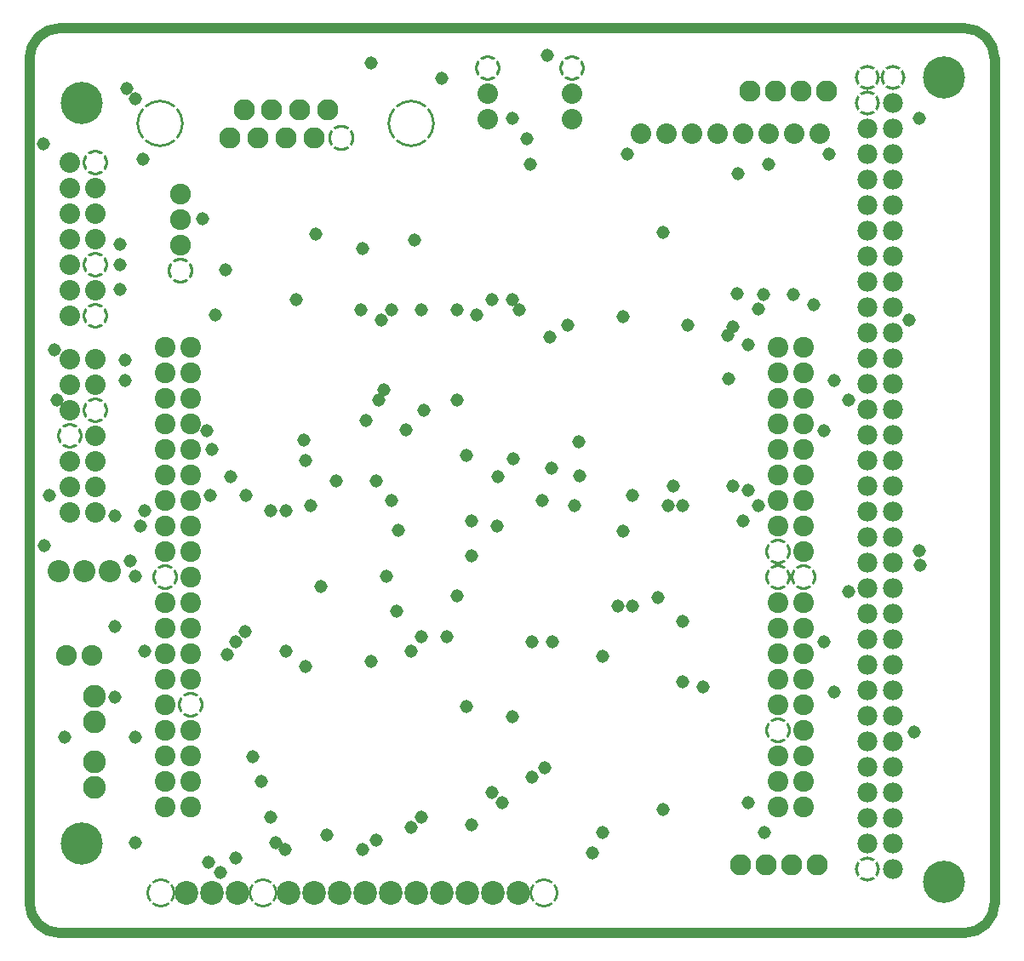
<source format=gbr>
%TF.GenerationSoftware,Altium Limited,Altium Designer,23.1.1 (15)*%
G04 Layer_Physical_Order=2*
G04 Layer_Color=32768*
%FSLAX45Y45*%
%MOMM*%
%TF.SameCoordinates,94CA0F20-7CEF-4758-9589-D945348769B5*%
%TF.FilePolarity,Negative*%
%TF.FileFunction,Copper,L2,Inr,Plane*%
%TF.Part,Single*%
G01*
G75*
%TA.AperFunction,NonConductor*%
%ADD40C,1.01600*%
%TA.AperFunction,ComponentPad*%
%ADD41C,2.06600*%
G04:AMPARAMS|DCode=42|XSize=2.574mm|YSize=2.574mm|CornerRadius=0mm|HoleSize=0mm|Usage=FLASHONLY|Rotation=0.000|XOffset=0mm|YOffset=0mm|HoleType=Round|Shape=Relief|Width=0.254mm|Gap=0.254mm|Entries=4|*
%AMTHD42*
7,0,0,2.57400,2.06600,0.25400,45*
%
%ADD42THD42*%
%ADD43C,2.10600*%
G04:AMPARAMS|DCode=44|XSize=2.614mm|YSize=2.614mm|CornerRadius=0mm|HoleSize=0mm|Usage=FLASHONLY|Rotation=0.000|XOffset=0mm|YOffset=0mm|HoleType=Round|Shape=Relief|Width=0.254mm|Gap=0.254mm|Entries=4|*
%AMTHD44*
7,0,0,2.61400,2.10600,0.25400,45*
%
%ADD44THD44*%
G04:AMPARAMS|DCode=45|XSize=4.704mm|YSize=4.704mm|CornerRadius=0mm|HoleSize=0mm|Usage=FLASHONLY|Rotation=0.000|XOffset=0mm|YOffset=0mm|HoleType=Round|Shape=Relief|Width=0.254mm|Gap=0.254mm|Entries=4|*
%AMTHD45*
7,0,0,4.70400,4.19600,0.25400,45*
%
%ADD45THD45*%
G04:AMPARAMS|DCode=46|XSize=2.544mm|YSize=2.544mm|CornerRadius=0mm|HoleSize=0mm|Usage=FLASHONLY|Rotation=0.000|XOffset=0mm|YOffset=0mm|HoleType=Round|Shape=Relief|Width=0.254mm|Gap=0.254mm|Entries=4|*
%AMTHD46*
7,0,0,2.54400,2.03600,0.25400,45*
%
%ADD46THD46*%
%ADD47C,2.03600*%
G04:AMPARAMS|DCode=48|XSize=2.874mm|YSize=2.874mm|CornerRadius=0mm|HoleSize=0mm|Usage=FLASHONLY|Rotation=0.000|XOffset=0mm|YOffset=0mm|HoleType=Round|Shape=Relief|Width=0.254mm|Gap=0.254mm|Entries=4|*
%AMTHD48*
7,0,0,2.87400,2.36600,0.25400,45*
%
%ADD48THD48*%
%ADD49C,2.36600*%
%ADD50C,2.11600*%
%ADD51C,2.20600*%
G04:AMPARAMS|DCode=52|XSize=2.474mm|YSize=2.474mm|CornerRadius=0mm|HoleSize=0mm|Usage=FLASHONLY|Rotation=0.000|XOffset=0mm|YOffset=0mm|HoleType=Round|Shape=Relief|Width=0.254mm|Gap=0.254mm|Entries=4|*
%AMTHD52*
7,0,0,2.47400,1.96600,0.25400,45*
%
%ADD52THD52*%
%ADD53C,1.96600*%
%ADD54C,2.26600*%
%ADD55C,2.05600*%
G04:AMPARAMS|DCode=56|XSize=2.564mm|YSize=2.564mm|CornerRadius=0mm|HoleSize=0mm|Usage=FLASHONLY|Rotation=0.000|XOffset=0mm|YOffset=0mm|HoleType=Round|Shape=Relief|Width=0.254mm|Gap=0.254mm|Entries=4|*
%AMTHD56*
7,0,0,2.56400,2.05600,0.25400,45*
%
%ADD56THD56*%
%TA.AperFunction,WasherPad*%
%ADD57C,4.19600*%
%TA.AperFunction,ViaPad*%
%ADD58C,1.31600*%
D40*
X-9600000Y300000D02*
G03*
X-9300000Y0I300000J0D01*
G01*
X-300000D02*
G03*
X0Y300000I0J300000D01*
G01*
Y8700000D02*
G03*
X-300000Y9000000I-300000J0D01*
G01*
X-9300000D02*
G03*
X-9600000Y8700000I0J-300000D01*
G01*
X-9300000Y0D02*
X-300000D01*
X0Y300000D02*
Y8700000D01*
X-9300000Y9000000D02*
X-300000D01*
X-9600000Y300000D02*
Y8700000D01*
D41*
X-8100000Y7354000D02*
D03*
Y7100000D02*
D03*
Y6846000D02*
D03*
X-8982711Y2763476D02*
D03*
X-9236711D02*
D03*
D42*
X-8100000Y6592000D02*
D03*
D43*
X-7465500Y8192000D02*
D03*
X-7188500D02*
D03*
X-6911500D02*
D03*
X-6634500D02*
D03*
X-7327000Y7908000D02*
D03*
X-7050000D02*
D03*
X-6773000D02*
D03*
X-7604000D02*
D03*
D44*
X-6496000D02*
D03*
D45*
X-5800000Y8050000D02*
D03*
X-8300000D02*
D03*
D46*
X-8946000Y6138000D02*
D03*
Y6646000D02*
D03*
Y7662000D02*
D03*
Y5200000D02*
D03*
X-9200000Y4946000D02*
D03*
X-4200000Y8604000D02*
D03*
X-5042500D02*
D03*
D47*
X-8946000Y6392000D02*
D03*
Y6900000D02*
D03*
Y7154000D02*
D03*
Y7408000D02*
D03*
X-9200000Y6138000D02*
D03*
Y6392000D02*
D03*
Y6646000D02*
D03*
Y6900000D02*
D03*
Y7154000D02*
D03*
Y7408000D02*
D03*
Y7662000D02*
D03*
X-8946000Y4184000D02*
D03*
Y4438000D02*
D03*
Y4692000D02*
D03*
Y4946000D02*
D03*
Y5454000D02*
D03*
Y5708000D02*
D03*
X-9200000Y4184000D02*
D03*
Y4438000D02*
D03*
Y4692000D02*
D03*
Y5200000D02*
D03*
Y5454000D02*
D03*
Y5708000D02*
D03*
X-4200000Y8350000D02*
D03*
Y8096000D02*
D03*
X-5042500Y8350000D02*
D03*
Y8096000D02*
D03*
X-1738000Y7950000D02*
D03*
X-1992000D02*
D03*
X-2246000D02*
D03*
X-2500000D02*
D03*
X-2754000D02*
D03*
X-3008000D02*
D03*
X-3262000D02*
D03*
X-3516000D02*
D03*
D48*
X-8290000Y400000D02*
D03*
X-7274000D02*
D03*
X-4480000D02*
D03*
D49*
X-8036000D02*
D03*
X-7782000D02*
D03*
X-7528000D02*
D03*
X-7020000D02*
D03*
X-6766000D02*
D03*
X-6512000D02*
D03*
X-6258000D02*
D03*
X-6004000D02*
D03*
X-5750000D02*
D03*
X-5496000D02*
D03*
X-5242000D02*
D03*
X-4988000D02*
D03*
X-4734000D02*
D03*
D50*
X-1669000Y8373000D02*
D03*
X-1923000D02*
D03*
X-2431000D02*
D03*
X-2177000D02*
D03*
X-2023000Y677000D02*
D03*
X-1769000D02*
D03*
X-2277000D02*
D03*
X-2531000D02*
D03*
D51*
X-8800000Y3600000D02*
D03*
X-9054000D02*
D03*
X-9308000D02*
D03*
D52*
X-1016000Y8509000D02*
D03*
X-1270000D02*
D03*
Y8255000D02*
D03*
Y635000D02*
D03*
D53*
X-1016000Y8255000D02*
D03*
Y8001000D02*
D03*
Y7747000D02*
D03*
Y7493000D02*
D03*
Y7239000D02*
D03*
Y6985000D02*
D03*
Y6731000D02*
D03*
Y6477000D02*
D03*
Y6223000D02*
D03*
Y5969000D02*
D03*
Y5715000D02*
D03*
Y5461000D02*
D03*
Y5207000D02*
D03*
Y4953000D02*
D03*
Y4699000D02*
D03*
Y4445000D02*
D03*
Y4191000D02*
D03*
Y3937000D02*
D03*
Y3683000D02*
D03*
Y3429000D02*
D03*
Y3175000D02*
D03*
Y2921000D02*
D03*
Y2667000D02*
D03*
Y2413000D02*
D03*
Y2159000D02*
D03*
Y1905000D02*
D03*
Y1651000D02*
D03*
Y1397000D02*
D03*
Y1143000D02*
D03*
Y889000D02*
D03*
Y635000D02*
D03*
X-1270000Y8001000D02*
D03*
Y7747000D02*
D03*
Y7493000D02*
D03*
Y7239000D02*
D03*
Y6985000D02*
D03*
Y6731000D02*
D03*
Y6477000D02*
D03*
Y6223000D02*
D03*
Y5969000D02*
D03*
Y5715000D02*
D03*
Y5461000D02*
D03*
Y5207000D02*
D03*
Y4953000D02*
D03*
Y4699000D02*
D03*
Y4445000D02*
D03*
Y4191000D02*
D03*
Y3937000D02*
D03*
Y3683000D02*
D03*
Y3429000D02*
D03*
Y3175000D02*
D03*
Y2921000D02*
D03*
Y2667000D02*
D03*
Y2413000D02*
D03*
Y2159000D02*
D03*
Y1905000D02*
D03*
Y1651000D02*
D03*
Y1397000D02*
D03*
Y1143000D02*
D03*
Y889000D02*
D03*
D54*
X-8950000Y1704000D02*
D03*
Y1450000D02*
D03*
Y2100000D02*
D03*
Y2354000D02*
D03*
D55*
X-1900000Y1250000D02*
D03*
X-2154000D02*
D03*
X-1900000Y1504000D02*
D03*
X-2154000D02*
D03*
X-1900000Y1758000D02*
D03*
X-2154000D02*
D03*
X-1900000Y2012000D02*
D03*
Y2266000D02*
D03*
X-2154000D02*
D03*
X-1900000Y2520000D02*
D03*
X-2154000D02*
D03*
X-1900000Y2774000D02*
D03*
X-2154000D02*
D03*
X-1900000Y3028000D02*
D03*
X-2154000D02*
D03*
X-1900000Y3282000D02*
D03*
X-2154000D02*
D03*
X-1900000Y3790000D02*
D03*
Y4044000D02*
D03*
X-2154000D02*
D03*
X-1900000Y4298000D02*
D03*
X-2154000D02*
D03*
X-1900000Y4552000D02*
D03*
X-2154000D02*
D03*
X-1900000Y4806000D02*
D03*
X-2154000D02*
D03*
X-1900000Y5060000D02*
D03*
X-2154000D02*
D03*
X-1900000Y5314000D02*
D03*
X-2154000D02*
D03*
X-1900000Y5568000D02*
D03*
X-2154000D02*
D03*
X-1900000Y5822000D02*
D03*
X-2154000D02*
D03*
X-7996000Y1250000D02*
D03*
X-8250000D02*
D03*
X-7996000Y1504000D02*
D03*
X-8250000D02*
D03*
X-7996000Y1758000D02*
D03*
X-8250000D02*
D03*
X-7996000Y2012000D02*
D03*
X-8250000D02*
D03*
Y2266000D02*
D03*
X-7996000Y2520000D02*
D03*
X-8250000D02*
D03*
X-7996000Y2774000D02*
D03*
X-8250000D02*
D03*
X-7996000Y3028000D02*
D03*
X-8250000D02*
D03*
X-7996000Y3282000D02*
D03*
X-8250000D02*
D03*
X-7996000Y3536000D02*
D03*
Y3790000D02*
D03*
X-8250000D02*
D03*
X-7996000Y4044000D02*
D03*
X-8250000D02*
D03*
X-7996000Y4298000D02*
D03*
X-8250000D02*
D03*
X-7996000Y4552000D02*
D03*
X-8250000D02*
D03*
X-7996000Y4806000D02*
D03*
X-8250000D02*
D03*
X-7996000Y5060000D02*
D03*
X-8250000D02*
D03*
X-7996000Y5314000D02*
D03*
X-8250000D02*
D03*
X-7996000Y5568000D02*
D03*
X-8250000D02*
D03*
X-7996000Y5822000D02*
D03*
X-8250000D02*
D03*
D56*
X-2154000Y2012000D02*
D03*
X-1900000Y3536000D02*
D03*
X-2154000D02*
D03*
Y3790000D02*
D03*
X-7996000Y2266000D02*
D03*
X-8250000Y3536000D02*
D03*
D57*
X-508000Y8509000D02*
D03*
Y508000D02*
D03*
X-9081000Y889000D02*
D03*
Y8255000D02*
D03*
D58*
X-7877391Y7102164D02*
D03*
X-3750000Y3250000D02*
D03*
X-3350830Y3333233D02*
D03*
X-3600000Y3250000D02*
D03*
X-1700000Y2900000D02*
D03*
X-2450000Y1300000D02*
D03*
X-741148Y3656747D02*
D03*
X-6000293Y6200000D02*
D03*
X-6000000Y4300000D02*
D03*
X-5929159Y4006949D02*
D03*
X-7450000Y4350000D02*
D03*
X-7200000Y4200000D02*
D03*
X-7823100Y700000D02*
D03*
X-5200000Y3750000D02*
D03*
X-4950000Y4050000D02*
D03*
X-5200000Y4100000D02*
D03*
X-4938119Y4541406D02*
D03*
X-5350000Y3350000D02*
D03*
X-5770174Y6894406D02*
D03*
X-6287506Y6809009D02*
D03*
X-8550000Y900000D02*
D03*
X-9250000Y1950000D02*
D03*
X-8750000Y3050000D02*
D03*
X-4471080Y1640351D02*
D03*
X-3299769Y6973096D02*
D03*
X-5676900Y5200000D02*
D03*
X-5701690Y2948310D02*
D03*
X-4622735Y7650000D02*
D03*
X-4727774Y6200000D02*
D03*
X-2250000Y7650000D02*
D03*
X-2550000Y7550000D02*
D03*
X-4425735Y5925734D02*
D03*
X-4650000Y7900000D02*
D03*
X-2563805Y6357659D02*
D03*
X-4800000Y6300000D02*
D03*
X-3700000Y6126900D02*
D03*
X-6750000Y6950000D02*
D03*
X-5350000Y6200000D02*
D03*
X-6950800Y6299600D02*
D03*
X-6300000Y6200000D02*
D03*
X-6100000Y6100000D02*
D03*
X-5150000Y6150000D02*
D03*
X-5700000Y6200000D02*
D03*
X-800000Y2000000D02*
D03*
X-846978Y6094225D02*
D03*
X-1450000Y5300000D02*
D03*
X-8633808Y8400000D02*
D03*
X-9465540Y7846722D02*
D03*
X-4450000Y8726100D02*
D03*
X-9349253Y5800000D02*
D03*
X-9400000Y4350000D02*
D03*
X-9326900Y5300000D02*
D03*
X-8550000Y8300000D02*
D03*
X-9450000Y3850000D02*
D03*
X-8473100Y7700000D02*
D03*
X-7832436Y5000000D02*
D03*
X-7781636Y4809237D02*
D03*
X-7600000Y4541406D02*
D03*
X-4404925Y4624943D02*
D03*
X-4791919Y4713843D02*
D03*
X-3200000Y4450000D02*
D03*
X-4126900Y4550000D02*
D03*
X-2600000Y4450000D02*
D03*
X-4500000Y4300000D02*
D03*
X-3250000Y4250000D02*
D03*
X-3100000Y3100000D02*
D03*
X-6050000Y3550000D02*
D03*
X-7800000Y4350000D02*
D03*
X-8700000Y6650000D02*
D03*
X-8750000Y4150000D02*
D03*
X-8500000Y4050000D02*
D03*
X-8450000Y2800000D02*
D03*
X-750000Y8100000D02*
D03*
Y3800000D02*
D03*
X-1450000Y3400000D02*
D03*
X-4400000Y2900000D02*
D03*
X-3100000Y2500000D02*
D03*
X-4177700Y4250000D02*
D03*
X-7050000Y4200000D02*
D03*
X-7650000Y6599900D02*
D03*
X-8700000Y6850000D02*
D03*
X-6550000Y4500000D02*
D03*
X-6700000Y3450000D02*
D03*
X-7050000Y2800000D02*
D03*
X-7200000Y1150000D02*
D03*
X-7292742Y1508096D02*
D03*
X-7378141Y1753971D02*
D03*
X-7453815Y3001373D02*
D03*
X-7629574Y2771910D02*
D03*
X-7702674Y600000D02*
D03*
X-7550000Y2900000D02*
D03*
Y750000D02*
D03*
X-6124700Y5300000D02*
D03*
X-6073900Y5400000D02*
D03*
X-5444311Y2946275D02*
D03*
X-5800000Y2800000D02*
D03*
X-2291181Y997000D02*
D03*
X-2500000Y4100000D02*
D03*
X-3700000Y4000000D02*
D03*
X-5948311Y3198310D02*
D03*
X-7056151Y826900D02*
D03*
X-6287138Y827669D02*
D03*
X-6638860Y971936D02*
D03*
X-7150000Y900000D02*
D03*
X-5800000Y1050000D02*
D03*
X-5700000Y1150000D02*
D03*
X-5851710Y5001656D02*
D03*
X-4800000Y2150000D02*
D03*
X-8550000Y3550000D02*
D03*
X-8596800Y3700000D02*
D03*
X-8750000Y2350000D02*
D03*
X-5000000Y6300000D02*
D03*
X-5250000Y4750000D02*
D03*
X-5500000Y8500000D02*
D03*
X-4800000Y8100000D02*
D03*
X-4135968Y4888136D02*
D03*
X-6200000Y8650000D02*
D03*
X-5350000Y5300000D02*
D03*
X-8700000Y6400000D02*
D03*
X-8649200Y5700000D02*
D03*
Y5500000D02*
D03*
X-8550000Y1950000D02*
D03*
X-4600000Y2900000D02*
D03*
Y1550000D02*
D03*
X-6150000Y4500000D02*
D03*
X-2450000Y4400000D02*
D03*
X-1650000Y7750000D02*
D03*
X-1600000Y5500000D02*
D03*
X-1700000Y5000000D02*
D03*
X-3650000Y7750000D02*
D03*
X-8450000Y4200000D02*
D03*
X-2651625Y5947475D02*
D03*
X-2600000Y6027700D02*
D03*
X-2350000Y6208500D02*
D03*
X-2300000Y6351990D02*
D03*
X-3050000Y6050000D02*
D03*
X-4250000D02*
D03*
X-2000000Y6350000D02*
D03*
X-1800000Y6250000D02*
D03*
X-2350000Y4250000D02*
D03*
X-3100000D02*
D03*
X-2450000Y5850000D02*
D03*
X-3600000Y4350000D02*
D03*
X-1600000Y2400000D02*
D03*
X-2900000Y2450000D02*
D03*
X-3900000Y2750000D02*
D03*
X-3897500Y1000000D02*
D03*
X-4000000Y800000D02*
D03*
X-4900000Y1300000D02*
D03*
X-5250000Y2250000D02*
D03*
X-5000000Y1400000D02*
D03*
X-6850000Y2650000D02*
D03*
X-6200000Y2700000D02*
D03*
X-6150000Y923100D02*
D03*
X-6873100Y4900000D02*
D03*
X-6850000Y4700000D02*
D03*
X-6250000Y5100000D02*
D03*
X-6800000Y4250000D02*
D03*
X-7750000Y6150000D02*
D03*
X-5200000Y1075000D02*
D03*
X-2647834Y5514003D02*
D03*
X-3300000Y1225000D02*
D03*
%TF.MD5,bfbf34ca6a2113517c9dbc2008b434a0*%
M02*

</source>
